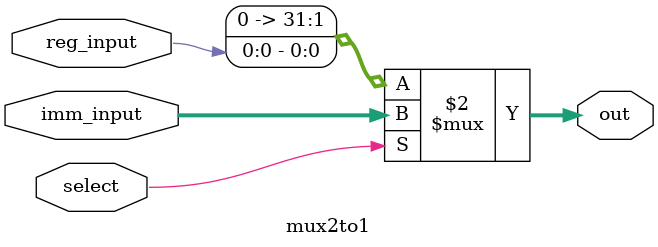
<source format=v>
module mux2to1(
	input wire [31:0] imm_input,
	input wire reg_input,
	input select,
	output wire [31:0] out
);
	assign out = select ? imm_input : reg_input;
endmodule	
</source>
